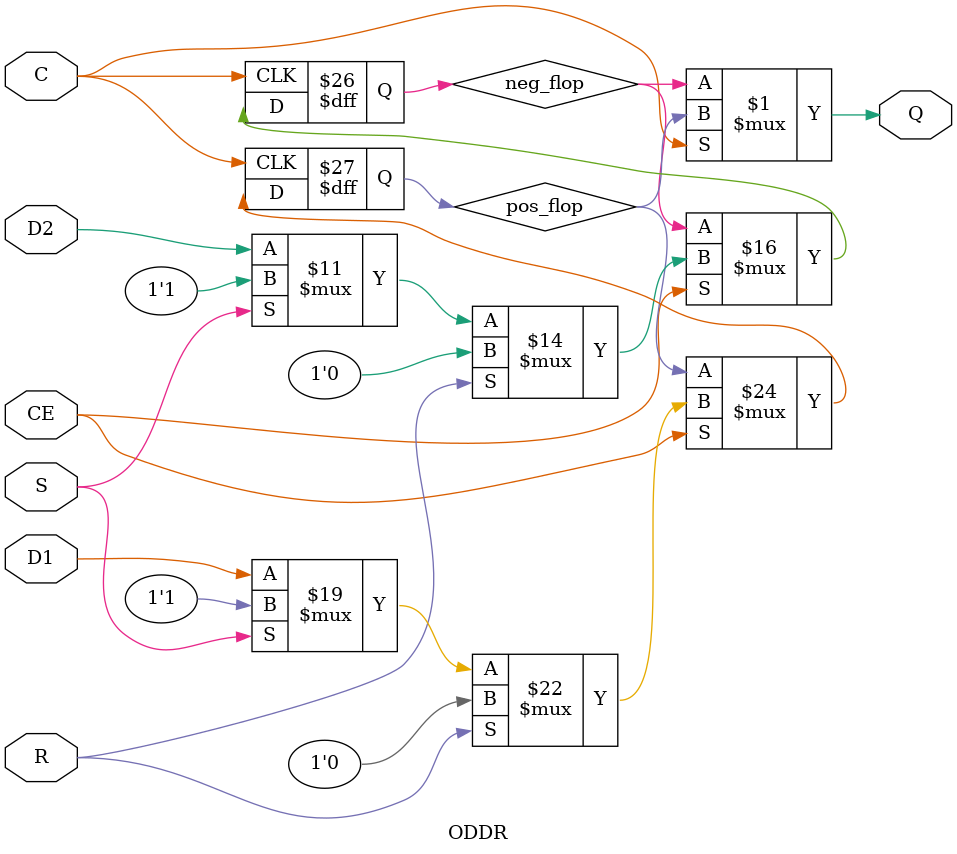
<source format=sv>
module ODDR #(
    parameter DDR_CLK_EDGE="SAME_EDGE",
    parameter INIT=1'b0,
    parameter SRTYPE="SYNC"
)  (
    output logic Q,
    input logic C,
    input logic CE,
    input logic D1,
    input logic D2,
    input logic R,
    input logic S
);
    reg pos_flop;
    reg neg_flop;

    // FIXME - replace this with glitchless mux
    assign Q = C ? pos_flop : neg_flop;

    always_ff @(posedge C) begin
        if (CE == 1'b1) begin
            if (R == 1'b1) begin
                pos_flop <= 1'b0;
            end else if (S == 1'b1) begin
                pos_flop <= 1'b1;
            end else begin
                pos_flop <= D1;
            end
        end
    end

    if (DDR_CLK_EDGE == "SAME_EDGE") begin 
        always_ff @(posedge C) begin
            if (CE == 1'b1) begin
                if (R == 1'b1) begin
                    neg_flop <= 1'b0;
                end else if (S == 1'b1) begin
                    neg_flop <= 1'b1;
                end else begin
                    neg_flop <= D2;
                end
            end
        end
    end else begin
        $error("ODDR requires SAME_EDGE timing");
    end

endmodule

</source>
